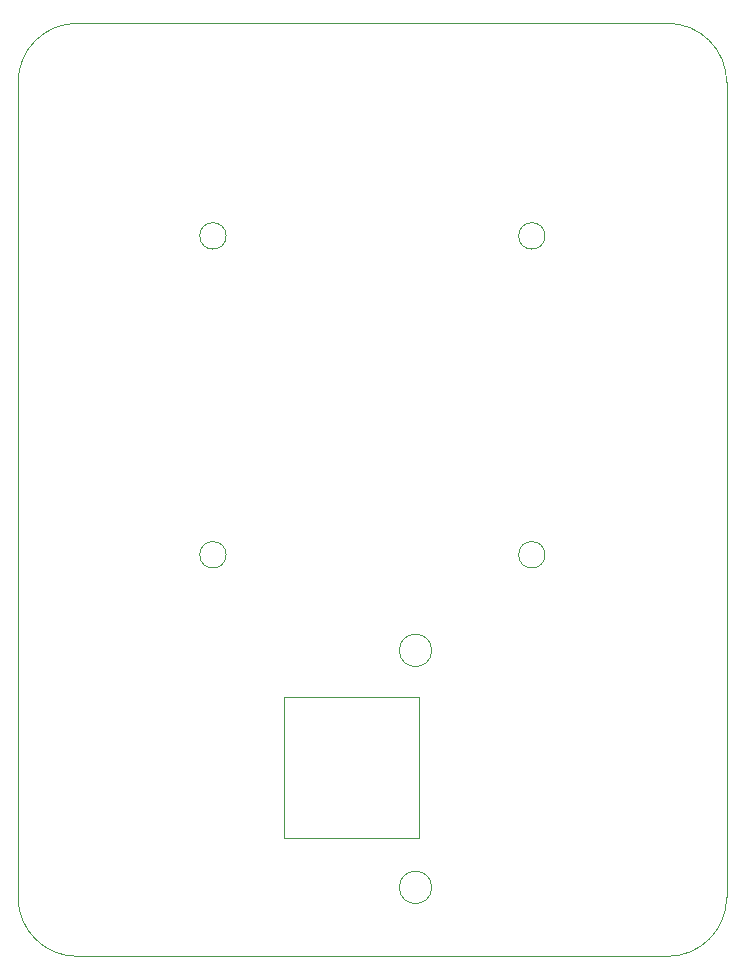
<source format=gm1>
G04 #@! TF.GenerationSoftware,KiCad,Pcbnew,8.0.6*
G04 #@! TF.CreationDate,2025-12-03T00:04:18-05:00*
G04 #@! TF.ProjectId,dead_reckoning_shield,64656164-5f72-4656-936b-6f6e696e675f,rev?*
G04 #@! TF.SameCoordinates,Original*
G04 #@! TF.FileFunction,Profile,NP*
%FSLAX46Y46*%
G04 Gerber Fmt 4.6, Leading zero omitted, Abs format (unit mm)*
G04 Created by KiCad (PCBNEW 8.0.6) date 2025-12-03 00:04:18*
%MOMM*%
%LPD*%
G01*
G04 APERTURE LIST*
G04 #@! TA.AperFunction,Profile*
%ADD10C,0.050000*%
G04 #@! TD*
G04 APERTURE END LIST*
D10*
X175000000Y-146000000D02*
X225000000Y-146000000D01*
X225000000Y-67000000D02*
G75*
G02*
X230000000Y-72000000I0J-5000000D01*
G01*
X175000000Y-67000000D02*
X225000000Y-67000000D01*
X170000000Y-72000000D02*
G75*
G02*
X175000000Y-67000000I5000000J0D01*
G01*
X230000000Y-72000000D02*
X230000000Y-141000000D01*
X175000000Y-146000000D02*
G75*
G02*
X170000000Y-141000000I0J5000000D01*
G01*
X170000000Y-141000000D02*
X170000000Y-72000000D01*
X230000000Y-141000000D02*
G75*
G02*
X225000000Y-146000000I-5000000J0D01*
G01*
X205017832Y-120094000D02*
G75*
G02*
X202282168Y-120094000I-1367832J0D01*
G01*
X202282168Y-120094000D02*
G75*
G02*
X205017832Y-120094000I1367832J0D01*
G01*
X205017832Y-140160000D02*
G75*
G02*
X202282168Y-140160000I-1367832J0D01*
G01*
X202282168Y-140160000D02*
G75*
G02*
X205017832Y-140160000I1367832J0D01*
G01*
X187618034Y-85000000D02*
G75*
G02*
X185381966Y-85000000I-1118034J0D01*
G01*
X185381966Y-85000000D02*
G75*
G02*
X187618034Y-85000000I1118034J0D01*
G01*
X187618034Y-112000000D02*
G75*
G02*
X185381966Y-112000000I-1118034J0D01*
G01*
X185381966Y-112000000D02*
G75*
G02*
X187618034Y-112000000I1118034J0D01*
G01*
X214618034Y-85000000D02*
G75*
G02*
X212381966Y-85000000I-1118034J0D01*
G01*
X212381966Y-85000000D02*
G75*
G02*
X214618034Y-85000000I1118034J0D01*
G01*
X214618034Y-112000000D02*
G75*
G02*
X212381966Y-112000000I-1118034J0D01*
G01*
X212381966Y-112000000D02*
G75*
G02*
X214618034Y-112000000I1118034J0D01*
G01*
X192540000Y-135965000D02*
X203970000Y-135965000D01*
X203970000Y-124035000D01*
X192540000Y-124035000D01*
X192540000Y-135965000D01*
M02*

</source>
